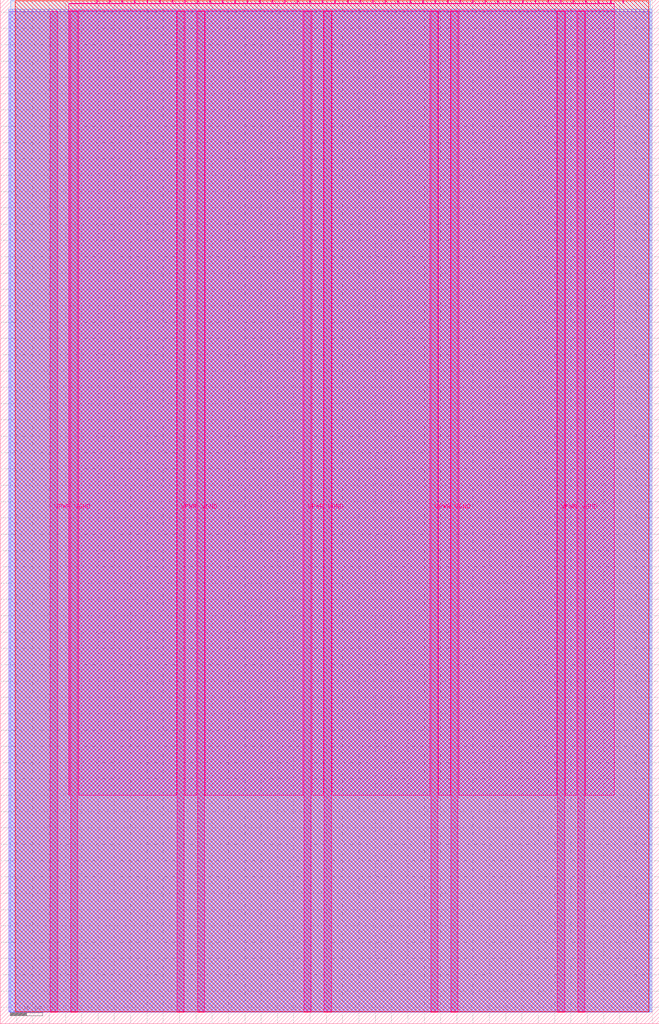
<source format=lef>
VERSION 5.7 ;
  NOWIREEXTENSIONATPIN ON ;
  DIVIDERCHAR "/" ;
  BUSBITCHARS "[]" ;
MACRO tt_um_jamesrosssharp_tiny1bitam
  CLASS BLOCK ;
  FOREIGN tt_um_jamesrosssharp_tiny1bitam ;
  ORIGIN 0.000 0.000 ;
  SIZE 202.080 BY 313.740 ;
  PIN VGND
    DIRECTION INOUT ;
    USE GROUND ;
    PORT
      LAYER Metal5 ;
        RECT 21.580 3.560 23.780 310.180 ;
    END
    PORT
      LAYER Metal5 ;
        RECT 60.450 3.560 62.650 310.180 ;
    END
    PORT
      LAYER Metal5 ;
        RECT 99.320 3.560 101.520 310.180 ;
    END
    PORT
      LAYER Metal5 ;
        RECT 138.190 3.560 140.390 310.180 ;
    END
    PORT
      LAYER Metal5 ;
        RECT 177.060 3.560 179.260 310.180 ;
    END
  END VGND
  PIN VPWR
    DIRECTION INOUT ;
    USE POWER ;
    PORT
      LAYER Metal5 ;
        RECT 15.380 3.560 17.580 310.180 ;
    END
    PORT
      LAYER Metal5 ;
        RECT 54.250 3.560 56.450 310.180 ;
    END
    PORT
      LAYER Metal5 ;
        RECT 93.120 3.560 95.320 310.180 ;
    END
    PORT
      LAYER Metal5 ;
        RECT 131.990 3.560 134.190 310.180 ;
    END
    PORT
      LAYER Metal5 ;
        RECT 170.860 3.560 173.060 310.180 ;
    END
  END VPWR
  PIN clk
    DIRECTION INPUT ;
    USE SIGNAL ;
    ANTENNAGATEAREA 0.213200 ;
    PORT
      LAYER Metal5 ;
        RECT 187.050 312.740 187.350 313.740 ;
    END
  END clk
  PIN ena
    DIRECTION INPUT ;
    USE SIGNAL ;
    PORT
      LAYER Metal5 ;
        RECT 190.890 312.740 191.190 313.740 ;
    END
  END ena
  PIN rst_n
    DIRECTION INPUT ;
    USE SIGNAL ;
    ANTENNAGATEAREA 0.314600 ;
    PORT
      LAYER Metal5 ;
        RECT 183.210 312.740 183.510 313.740 ;
    END
  END rst_n
  PIN ui_in[0]
    DIRECTION INPUT ;
    USE SIGNAL ;
    ANTENNAGATEAREA 0.180700 ;
    PORT
      LAYER Metal5 ;
        RECT 179.370 312.740 179.670 313.740 ;
    END
  END ui_in[0]
  PIN ui_in[1]
    DIRECTION INPUT ;
    USE SIGNAL ;
    ANTENNAGATEAREA 0.180700 ;
    PORT
      LAYER Metal5 ;
        RECT 175.530 312.740 175.830 313.740 ;
    END
  END ui_in[1]
  PIN ui_in[2]
    DIRECTION INPUT ;
    USE SIGNAL ;
    ANTENNAGATEAREA 0.180700 ;
    PORT
      LAYER Metal5 ;
        RECT 171.690 312.740 171.990 313.740 ;
    END
  END ui_in[2]
  PIN ui_in[3]
    DIRECTION INPUT ;
    USE SIGNAL ;
    ANTENNAGATEAREA 0.180700 ;
    PORT
      LAYER Metal5 ;
        RECT 167.850 312.740 168.150 313.740 ;
    END
  END ui_in[3]
  PIN ui_in[4]
    DIRECTION INPUT ;
    USE SIGNAL ;
    PORT
      LAYER Metal5 ;
        RECT 164.010 312.740 164.310 313.740 ;
    END
  END ui_in[4]
  PIN ui_in[5]
    DIRECTION INPUT ;
    USE SIGNAL ;
    PORT
      LAYER Metal5 ;
        RECT 160.170 312.740 160.470 313.740 ;
    END
  END ui_in[5]
  PIN ui_in[6]
    DIRECTION INPUT ;
    USE SIGNAL ;
    PORT
      LAYER Metal5 ;
        RECT 156.330 312.740 156.630 313.740 ;
    END
  END ui_in[6]
  PIN ui_in[7]
    DIRECTION INPUT ;
    USE SIGNAL ;
    PORT
      LAYER Metal5 ;
        RECT 152.490 312.740 152.790 313.740 ;
    END
  END ui_in[7]
  PIN uio_in[0]
    DIRECTION INPUT ;
    USE SIGNAL ;
    PORT
      LAYER Metal5 ;
        RECT 148.650 312.740 148.950 313.740 ;
    END
  END uio_in[0]
  PIN uio_in[1]
    DIRECTION INPUT ;
    USE SIGNAL ;
    PORT
      LAYER Metal5 ;
        RECT 144.810 312.740 145.110 313.740 ;
    END
  END uio_in[1]
  PIN uio_in[2]
    DIRECTION INPUT ;
    USE SIGNAL ;
    PORT
      LAYER Metal5 ;
        RECT 140.970 312.740 141.270 313.740 ;
    END
  END uio_in[2]
  PIN uio_in[3]
    DIRECTION INPUT ;
    USE SIGNAL ;
    PORT
      LAYER Metal5 ;
        RECT 137.130 312.740 137.430 313.740 ;
    END
  END uio_in[3]
  PIN uio_in[4]
    DIRECTION INPUT ;
    USE SIGNAL ;
    PORT
      LAYER Metal5 ;
        RECT 133.290 312.740 133.590 313.740 ;
    END
  END uio_in[4]
  PIN uio_in[5]
    DIRECTION INPUT ;
    USE SIGNAL ;
    PORT
      LAYER Metal5 ;
        RECT 129.450 312.740 129.750 313.740 ;
    END
  END uio_in[5]
  PIN uio_in[6]
    DIRECTION INPUT ;
    USE SIGNAL ;
    PORT
      LAYER Metal5 ;
        RECT 125.610 312.740 125.910 313.740 ;
    END
  END uio_in[6]
  PIN uio_in[7]
    DIRECTION INPUT ;
    USE SIGNAL ;
    PORT
      LAYER Metal5 ;
        RECT 121.770 312.740 122.070 313.740 ;
    END
  END uio_in[7]
  PIN uio_oe[0]
    DIRECTION OUTPUT ;
    USE SIGNAL ;
    ANTENNADIFFAREA 0.299200 ;
    PORT
      LAYER Metal5 ;
        RECT 56.490 312.740 56.790 313.740 ;
    END
  END uio_oe[0]
  PIN uio_oe[1]
    DIRECTION OUTPUT ;
    USE SIGNAL ;
    ANTENNADIFFAREA 0.299200 ;
    PORT
      LAYER Metal5 ;
        RECT 52.650 312.740 52.950 313.740 ;
    END
  END uio_oe[1]
  PIN uio_oe[2]
    DIRECTION OUTPUT ;
    USE SIGNAL ;
    ANTENNADIFFAREA 0.299200 ;
    PORT
      LAYER Metal5 ;
        RECT 48.810 312.740 49.110 313.740 ;
    END
  END uio_oe[2]
  PIN uio_oe[3]
    DIRECTION OUTPUT ;
    USE SIGNAL ;
    ANTENNADIFFAREA 0.299200 ;
    PORT
      LAYER Metal5 ;
        RECT 44.970 312.740 45.270 313.740 ;
    END
  END uio_oe[3]
  PIN uio_oe[4]
    DIRECTION OUTPUT ;
    USE SIGNAL ;
    ANTENNADIFFAREA 0.299200 ;
    PORT
      LAYER Metal5 ;
        RECT 41.130 312.740 41.430 313.740 ;
    END
  END uio_oe[4]
  PIN uio_oe[5]
    DIRECTION OUTPUT ;
    USE SIGNAL ;
    ANTENNADIFFAREA 0.299200 ;
    PORT
      LAYER Metal5 ;
        RECT 37.290 312.740 37.590 313.740 ;
    END
  END uio_oe[5]
  PIN uio_oe[6]
    DIRECTION OUTPUT ;
    USE SIGNAL ;
    ANTENNADIFFAREA 0.299200 ;
    PORT
      LAYER Metal5 ;
        RECT 33.450 312.740 33.750 313.740 ;
    END
  END uio_oe[6]
  PIN uio_oe[7]
    DIRECTION OUTPUT ;
    USE SIGNAL ;
    ANTENNADIFFAREA 0.299200 ;
    PORT
      LAYER Metal5 ;
        RECT 29.610 312.740 29.910 313.740 ;
    END
  END uio_oe[7]
  PIN uio_out[0]
    DIRECTION OUTPUT ;
    USE SIGNAL ;
    ANTENNADIFFAREA 0.299200 ;
    PORT
      LAYER Metal5 ;
        RECT 87.210 312.740 87.510 313.740 ;
    END
  END uio_out[0]
  PIN uio_out[1]
    DIRECTION OUTPUT ;
    USE SIGNAL ;
    ANTENNADIFFAREA 0.299200 ;
    PORT
      LAYER Metal5 ;
        RECT 83.370 312.740 83.670 313.740 ;
    END
  END uio_out[1]
  PIN uio_out[2]
    DIRECTION OUTPUT ;
    USE SIGNAL ;
    ANTENNADIFFAREA 0.299200 ;
    PORT
      LAYER Metal5 ;
        RECT 79.530 312.740 79.830 313.740 ;
    END
  END uio_out[2]
  PIN uio_out[3]
    DIRECTION OUTPUT ;
    USE SIGNAL ;
    ANTENNADIFFAREA 0.299200 ;
    PORT
      LAYER Metal5 ;
        RECT 75.690 312.740 75.990 313.740 ;
    END
  END uio_out[3]
  PIN uio_out[4]
    DIRECTION OUTPUT ;
    USE SIGNAL ;
    ANTENNADIFFAREA 0.299200 ;
    PORT
      LAYER Metal5 ;
        RECT 71.850 312.740 72.150 313.740 ;
    END
  END uio_out[4]
  PIN uio_out[5]
    DIRECTION OUTPUT ;
    USE SIGNAL ;
    ANTENNADIFFAREA 0.299200 ;
    PORT
      LAYER Metal5 ;
        RECT 68.010 312.740 68.310 313.740 ;
    END
  END uio_out[5]
  PIN uio_out[6]
    DIRECTION OUTPUT ;
    USE SIGNAL ;
    ANTENNADIFFAREA 0.299200 ;
    PORT
      LAYER Metal5 ;
        RECT 64.170 312.740 64.470 313.740 ;
    END
  END uio_out[6]
  PIN uio_out[7]
    DIRECTION OUTPUT ;
    USE SIGNAL ;
    ANTENNADIFFAREA 0.299200 ;
    PORT
      LAYER Metal5 ;
        RECT 60.330 312.740 60.630 313.740 ;
    END
  END uio_out[7]
  PIN uo_out[0]
    DIRECTION OUTPUT ;
    USE SIGNAL ;
    ANTENNADIFFAREA 0.654800 ;
    PORT
      LAYER Metal5 ;
        RECT 117.930 312.740 118.230 313.740 ;
    END
  END uo_out[0]
  PIN uo_out[1]
    DIRECTION OUTPUT ;
    USE SIGNAL ;
    ANTENNADIFFAREA 0.706800 ;
    PORT
      LAYER Metal5 ;
        RECT 114.090 312.740 114.390 313.740 ;
    END
  END uo_out[1]
  PIN uo_out[2]
    DIRECTION OUTPUT ;
    USE SIGNAL ;
    ANTENNADIFFAREA 0.299200 ;
    PORT
      LAYER Metal5 ;
        RECT 110.250 312.740 110.550 313.740 ;
    END
  END uo_out[2]
  PIN uo_out[3]
    DIRECTION OUTPUT ;
    USE SIGNAL ;
    ANTENNADIFFAREA 0.299200 ;
    PORT
      LAYER Metal5 ;
        RECT 106.410 312.740 106.710 313.740 ;
    END
  END uo_out[3]
  PIN uo_out[4]
    DIRECTION OUTPUT ;
    USE SIGNAL ;
    ANTENNADIFFAREA 0.299200 ;
    PORT
      LAYER Metal5 ;
        RECT 102.570 312.740 102.870 313.740 ;
    END
  END uo_out[4]
  PIN uo_out[5]
    DIRECTION OUTPUT ;
    USE SIGNAL ;
    ANTENNADIFFAREA 0.299200 ;
    PORT
      LAYER Metal5 ;
        RECT 98.730 312.740 99.030 313.740 ;
    END
  END uo_out[5]
  PIN uo_out[6]
    DIRECTION OUTPUT ;
    USE SIGNAL ;
    ANTENNADIFFAREA 0.299200 ;
    PORT
      LAYER Metal5 ;
        RECT 94.890 312.740 95.190 313.740 ;
    END
  END uo_out[6]
  PIN uo_out[7]
    DIRECTION OUTPUT ;
    USE SIGNAL ;
    ANTENNADIFFAREA 0.299200 ;
    PORT
      LAYER Metal5 ;
        RECT 91.050 312.740 91.350 313.740 ;
    END
  END uo_out[7]
  OBS
      LAYER GatPoly ;
        RECT 2.880 3.630 199.200 310.110 ;
      LAYER Metal1 ;
        RECT 2.880 3.560 199.200 310.180 ;
      LAYER Metal2 ;
        RECT 2.605 3.680 199.780 310.900 ;
      LAYER Metal3 ;
        RECT 3.260 3.635 199.300 313.465 ;
      LAYER Metal4 ;
        RECT 4.655 3.680 198.865 313.420 ;
      LAYER Metal5 ;
        RECT 21.020 312.530 29.400 312.740 ;
        RECT 30.120 312.530 33.240 312.740 ;
        RECT 33.960 312.530 37.080 312.740 ;
        RECT 37.800 312.530 40.920 312.740 ;
        RECT 41.640 312.530 44.760 312.740 ;
        RECT 45.480 312.530 48.600 312.740 ;
        RECT 49.320 312.530 52.440 312.740 ;
        RECT 53.160 312.530 56.280 312.740 ;
        RECT 57.000 312.530 60.120 312.740 ;
        RECT 60.840 312.530 63.960 312.740 ;
        RECT 64.680 312.530 67.800 312.740 ;
        RECT 68.520 312.530 71.640 312.740 ;
        RECT 72.360 312.530 75.480 312.740 ;
        RECT 76.200 312.530 79.320 312.740 ;
        RECT 80.040 312.530 83.160 312.740 ;
        RECT 83.880 312.530 87.000 312.740 ;
        RECT 87.720 312.530 90.840 312.740 ;
        RECT 91.560 312.530 94.680 312.740 ;
        RECT 95.400 312.530 98.520 312.740 ;
        RECT 99.240 312.530 102.360 312.740 ;
        RECT 103.080 312.530 106.200 312.740 ;
        RECT 106.920 312.530 110.040 312.740 ;
        RECT 110.760 312.530 113.880 312.740 ;
        RECT 114.600 312.530 117.720 312.740 ;
        RECT 118.440 312.530 121.560 312.740 ;
        RECT 122.280 312.530 125.400 312.740 ;
        RECT 126.120 312.530 129.240 312.740 ;
        RECT 129.960 312.530 133.080 312.740 ;
        RECT 133.800 312.530 136.920 312.740 ;
        RECT 137.640 312.530 140.760 312.740 ;
        RECT 141.480 312.530 144.600 312.740 ;
        RECT 145.320 312.530 148.440 312.740 ;
        RECT 149.160 312.530 152.280 312.740 ;
        RECT 153.000 312.530 156.120 312.740 ;
        RECT 156.840 312.530 159.960 312.740 ;
        RECT 160.680 312.530 163.800 312.740 ;
        RECT 164.520 312.530 167.640 312.740 ;
        RECT 168.360 312.530 171.480 312.740 ;
        RECT 172.200 312.530 175.320 312.740 ;
        RECT 176.040 312.530 179.160 312.740 ;
        RECT 179.880 312.530 183.000 312.740 ;
        RECT 183.720 312.530 186.840 312.740 ;
        RECT 187.560 312.530 188.260 312.740 ;
        RECT 21.020 310.390 188.260 312.530 ;
        RECT 21.020 69.995 21.370 310.390 ;
        RECT 23.990 69.995 54.040 310.390 ;
        RECT 56.660 69.995 60.240 310.390 ;
        RECT 62.860 69.995 92.910 310.390 ;
        RECT 95.530 69.995 99.110 310.390 ;
        RECT 101.730 69.995 131.780 310.390 ;
        RECT 134.400 69.995 137.980 310.390 ;
        RECT 140.600 69.995 170.650 310.390 ;
        RECT 173.270 69.995 176.850 310.390 ;
        RECT 179.470 69.995 188.260 310.390 ;
  END
END tt_um_jamesrosssharp_tiny1bitam
END LIBRARY


</source>
